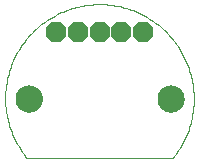
<source format=gbs>
G75*
%MOIN*%
%OFA0B0*%
%FSLAX25Y25*%
%IPPOS*%
%LPD*%
%AMOC8*
5,1,8,0,0,1.08239X$1,22.5*
%
%ADD10C,0.00000*%
%ADD11C,0.00300*%
%ADD12C,0.09061*%
%ADD13OC8,0.06700*%
D10*
X0008237Y0001406D02*
X0057056Y0001406D01*
X0051937Y0021091D02*
X0051939Y0021222D01*
X0051945Y0021354D01*
X0051955Y0021485D01*
X0051969Y0021616D01*
X0051987Y0021746D01*
X0052009Y0021875D01*
X0052034Y0022004D01*
X0052064Y0022132D01*
X0052098Y0022259D01*
X0052135Y0022386D01*
X0052176Y0022510D01*
X0052221Y0022634D01*
X0052270Y0022756D01*
X0052322Y0022877D01*
X0052378Y0022995D01*
X0052438Y0023113D01*
X0052501Y0023228D01*
X0052568Y0023341D01*
X0052638Y0023453D01*
X0052711Y0023562D01*
X0052787Y0023668D01*
X0052867Y0023773D01*
X0052950Y0023875D01*
X0053036Y0023974D01*
X0053125Y0024071D01*
X0053217Y0024165D01*
X0053312Y0024256D01*
X0053409Y0024345D01*
X0053509Y0024430D01*
X0053612Y0024512D01*
X0053717Y0024591D01*
X0053824Y0024667D01*
X0053934Y0024739D01*
X0054046Y0024808D01*
X0054160Y0024874D01*
X0054275Y0024936D01*
X0054393Y0024995D01*
X0054512Y0025050D01*
X0054633Y0025102D01*
X0054756Y0025149D01*
X0054880Y0025193D01*
X0055005Y0025234D01*
X0055131Y0025270D01*
X0055259Y0025303D01*
X0055387Y0025331D01*
X0055516Y0025356D01*
X0055646Y0025377D01*
X0055776Y0025394D01*
X0055907Y0025407D01*
X0056038Y0025416D01*
X0056169Y0025421D01*
X0056301Y0025422D01*
X0056432Y0025419D01*
X0056564Y0025412D01*
X0056695Y0025401D01*
X0056825Y0025386D01*
X0056955Y0025367D01*
X0057085Y0025344D01*
X0057213Y0025318D01*
X0057341Y0025287D01*
X0057468Y0025252D01*
X0057594Y0025214D01*
X0057718Y0025172D01*
X0057842Y0025126D01*
X0057963Y0025076D01*
X0058083Y0025023D01*
X0058202Y0024966D01*
X0058319Y0024906D01*
X0058433Y0024842D01*
X0058546Y0024774D01*
X0058657Y0024703D01*
X0058766Y0024629D01*
X0058872Y0024552D01*
X0058976Y0024471D01*
X0059077Y0024388D01*
X0059176Y0024301D01*
X0059272Y0024211D01*
X0059365Y0024118D01*
X0059456Y0024023D01*
X0059543Y0023925D01*
X0059628Y0023824D01*
X0059709Y0023721D01*
X0059787Y0023615D01*
X0059862Y0023507D01*
X0059934Y0023397D01*
X0060002Y0023285D01*
X0060067Y0023171D01*
X0060128Y0023054D01*
X0060186Y0022936D01*
X0060240Y0022816D01*
X0060291Y0022695D01*
X0060338Y0022572D01*
X0060381Y0022448D01*
X0060420Y0022323D01*
X0060456Y0022196D01*
X0060487Y0022068D01*
X0060515Y0021940D01*
X0060539Y0021811D01*
X0060559Y0021681D01*
X0060575Y0021550D01*
X0060587Y0021419D01*
X0060595Y0021288D01*
X0060599Y0021157D01*
X0060599Y0021025D01*
X0060595Y0020894D01*
X0060587Y0020763D01*
X0060575Y0020632D01*
X0060559Y0020501D01*
X0060539Y0020371D01*
X0060515Y0020242D01*
X0060487Y0020114D01*
X0060456Y0019986D01*
X0060420Y0019859D01*
X0060381Y0019734D01*
X0060338Y0019610D01*
X0060291Y0019487D01*
X0060240Y0019366D01*
X0060186Y0019246D01*
X0060128Y0019128D01*
X0060067Y0019011D01*
X0060002Y0018897D01*
X0059934Y0018785D01*
X0059862Y0018675D01*
X0059787Y0018567D01*
X0059709Y0018461D01*
X0059628Y0018358D01*
X0059543Y0018257D01*
X0059456Y0018159D01*
X0059365Y0018064D01*
X0059272Y0017971D01*
X0059176Y0017881D01*
X0059077Y0017794D01*
X0058976Y0017711D01*
X0058872Y0017630D01*
X0058766Y0017553D01*
X0058657Y0017479D01*
X0058546Y0017408D01*
X0058434Y0017340D01*
X0058319Y0017276D01*
X0058202Y0017216D01*
X0058083Y0017159D01*
X0057963Y0017106D01*
X0057842Y0017056D01*
X0057718Y0017010D01*
X0057594Y0016968D01*
X0057468Y0016930D01*
X0057341Y0016895D01*
X0057213Y0016864D01*
X0057085Y0016838D01*
X0056955Y0016815D01*
X0056825Y0016796D01*
X0056695Y0016781D01*
X0056564Y0016770D01*
X0056432Y0016763D01*
X0056301Y0016760D01*
X0056169Y0016761D01*
X0056038Y0016766D01*
X0055907Y0016775D01*
X0055776Y0016788D01*
X0055646Y0016805D01*
X0055516Y0016826D01*
X0055387Y0016851D01*
X0055259Y0016879D01*
X0055131Y0016912D01*
X0055005Y0016948D01*
X0054880Y0016989D01*
X0054756Y0017033D01*
X0054633Y0017080D01*
X0054512Y0017132D01*
X0054393Y0017187D01*
X0054275Y0017246D01*
X0054160Y0017308D01*
X0054046Y0017374D01*
X0053934Y0017443D01*
X0053824Y0017515D01*
X0053717Y0017591D01*
X0053612Y0017670D01*
X0053509Y0017752D01*
X0053409Y0017837D01*
X0053312Y0017926D01*
X0053217Y0018017D01*
X0053125Y0018111D01*
X0053036Y0018208D01*
X0052950Y0018307D01*
X0052867Y0018409D01*
X0052787Y0018514D01*
X0052711Y0018620D01*
X0052638Y0018729D01*
X0052568Y0018841D01*
X0052501Y0018954D01*
X0052438Y0019069D01*
X0052378Y0019187D01*
X0052322Y0019305D01*
X0052270Y0019426D01*
X0052221Y0019548D01*
X0052176Y0019672D01*
X0052135Y0019796D01*
X0052098Y0019923D01*
X0052064Y0020050D01*
X0052034Y0020178D01*
X0052009Y0020307D01*
X0051987Y0020436D01*
X0051969Y0020566D01*
X0051955Y0020697D01*
X0051945Y0020828D01*
X0051939Y0020960D01*
X0051937Y0021091D01*
X0004693Y0021091D02*
X0004695Y0021222D01*
X0004701Y0021354D01*
X0004711Y0021485D01*
X0004725Y0021616D01*
X0004743Y0021746D01*
X0004765Y0021875D01*
X0004790Y0022004D01*
X0004820Y0022132D01*
X0004854Y0022259D01*
X0004891Y0022386D01*
X0004932Y0022510D01*
X0004977Y0022634D01*
X0005026Y0022756D01*
X0005078Y0022877D01*
X0005134Y0022995D01*
X0005194Y0023113D01*
X0005257Y0023228D01*
X0005324Y0023341D01*
X0005394Y0023453D01*
X0005467Y0023562D01*
X0005543Y0023668D01*
X0005623Y0023773D01*
X0005706Y0023875D01*
X0005792Y0023974D01*
X0005881Y0024071D01*
X0005973Y0024165D01*
X0006068Y0024256D01*
X0006165Y0024345D01*
X0006265Y0024430D01*
X0006368Y0024512D01*
X0006473Y0024591D01*
X0006580Y0024667D01*
X0006690Y0024739D01*
X0006802Y0024808D01*
X0006916Y0024874D01*
X0007031Y0024936D01*
X0007149Y0024995D01*
X0007268Y0025050D01*
X0007389Y0025102D01*
X0007512Y0025149D01*
X0007636Y0025193D01*
X0007761Y0025234D01*
X0007887Y0025270D01*
X0008015Y0025303D01*
X0008143Y0025331D01*
X0008272Y0025356D01*
X0008402Y0025377D01*
X0008532Y0025394D01*
X0008663Y0025407D01*
X0008794Y0025416D01*
X0008925Y0025421D01*
X0009057Y0025422D01*
X0009188Y0025419D01*
X0009320Y0025412D01*
X0009451Y0025401D01*
X0009581Y0025386D01*
X0009711Y0025367D01*
X0009841Y0025344D01*
X0009969Y0025318D01*
X0010097Y0025287D01*
X0010224Y0025252D01*
X0010350Y0025214D01*
X0010474Y0025172D01*
X0010598Y0025126D01*
X0010719Y0025076D01*
X0010839Y0025023D01*
X0010958Y0024966D01*
X0011075Y0024906D01*
X0011189Y0024842D01*
X0011302Y0024774D01*
X0011413Y0024703D01*
X0011522Y0024629D01*
X0011628Y0024552D01*
X0011732Y0024471D01*
X0011833Y0024388D01*
X0011932Y0024301D01*
X0012028Y0024211D01*
X0012121Y0024118D01*
X0012212Y0024023D01*
X0012299Y0023925D01*
X0012384Y0023824D01*
X0012465Y0023721D01*
X0012543Y0023615D01*
X0012618Y0023507D01*
X0012690Y0023397D01*
X0012758Y0023285D01*
X0012823Y0023171D01*
X0012884Y0023054D01*
X0012942Y0022936D01*
X0012996Y0022816D01*
X0013047Y0022695D01*
X0013094Y0022572D01*
X0013137Y0022448D01*
X0013176Y0022323D01*
X0013212Y0022196D01*
X0013243Y0022068D01*
X0013271Y0021940D01*
X0013295Y0021811D01*
X0013315Y0021681D01*
X0013331Y0021550D01*
X0013343Y0021419D01*
X0013351Y0021288D01*
X0013355Y0021157D01*
X0013355Y0021025D01*
X0013351Y0020894D01*
X0013343Y0020763D01*
X0013331Y0020632D01*
X0013315Y0020501D01*
X0013295Y0020371D01*
X0013271Y0020242D01*
X0013243Y0020114D01*
X0013212Y0019986D01*
X0013176Y0019859D01*
X0013137Y0019734D01*
X0013094Y0019610D01*
X0013047Y0019487D01*
X0012996Y0019366D01*
X0012942Y0019246D01*
X0012884Y0019128D01*
X0012823Y0019011D01*
X0012758Y0018897D01*
X0012690Y0018785D01*
X0012618Y0018675D01*
X0012543Y0018567D01*
X0012465Y0018461D01*
X0012384Y0018358D01*
X0012299Y0018257D01*
X0012212Y0018159D01*
X0012121Y0018064D01*
X0012028Y0017971D01*
X0011932Y0017881D01*
X0011833Y0017794D01*
X0011732Y0017711D01*
X0011628Y0017630D01*
X0011522Y0017553D01*
X0011413Y0017479D01*
X0011302Y0017408D01*
X0011190Y0017340D01*
X0011075Y0017276D01*
X0010958Y0017216D01*
X0010839Y0017159D01*
X0010719Y0017106D01*
X0010598Y0017056D01*
X0010474Y0017010D01*
X0010350Y0016968D01*
X0010224Y0016930D01*
X0010097Y0016895D01*
X0009969Y0016864D01*
X0009841Y0016838D01*
X0009711Y0016815D01*
X0009581Y0016796D01*
X0009451Y0016781D01*
X0009320Y0016770D01*
X0009188Y0016763D01*
X0009057Y0016760D01*
X0008925Y0016761D01*
X0008794Y0016766D01*
X0008663Y0016775D01*
X0008532Y0016788D01*
X0008402Y0016805D01*
X0008272Y0016826D01*
X0008143Y0016851D01*
X0008015Y0016879D01*
X0007887Y0016912D01*
X0007761Y0016948D01*
X0007636Y0016989D01*
X0007512Y0017033D01*
X0007389Y0017080D01*
X0007268Y0017132D01*
X0007149Y0017187D01*
X0007031Y0017246D01*
X0006916Y0017308D01*
X0006802Y0017374D01*
X0006690Y0017443D01*
X0006580Y0017515D01*
X0006473Y0017591D01*
X0006368Y0017670D01*
X0006265Y0017752D01*
X0006165Y0017837D01*
X0006068Y0017926D01*
X0005973Y0018017D01*
X0005881Y0018111D01*
X0005792Y0018208D01*
X0005706Y0018307D01*
X0005623Y0018409D01*
X0005543Y0018514D01*
X0005467Y0018620D01*
X0005394Y0018729D01*
X0005324Y0018841D01*
X0005257Y0018954D01*
X0005194Y0019069D01*
X0005134Y0019187D01*
X0005078Y0019305D01*
X0005026Y0019426D01*
X0004977Y0019548D01*
X0004932Y0019672D01*
X0004891Y0019796D01*
X0004854Y0019923D01*
X0004820Y0020050D01*
X0004790Y0020178D01*
X0004765Y0020307D01*
X0004743Y0020436D01*
X0004725Y0020566D01*
X0004711Y0020697D01*
X0004701Y0020828D01*
X0004695Y0020960D01*
X0004693Y0021091D01*
D11*
X0001150Y0021092D02*
X0001159Y0021861D01*
X0001187Y0022630D01*
X0001233Y0023398D01*
X0001298Y0024165D01*
X0001382Y0024930D01*
X0001485Y0025693D01*
X0001606Y0026453D01*
X0001746Y0027210D01*
X0001905Y0027963D01*
X0002082Y0028712D01*
X0002277Y0029456D01*
X0002490Y0030196D01*
X0002722Y0030930D01*
X0002971Y0031658D01*
X0003238Y0032380D01*
X0003522Y0033095D01*
X0003824Y0033802D01*
X0004144Y0034503D01*
X0004480Y0035195D01*
X0004833Y0035879D01*
X0005203Y0036554D01*
X0005589Y0037219D01*
X0005992Y0037875D01*
X0006410Y0038521D01*
X0006844Y0039157D01*
X0007293Y0039781D01*
X0007758Y0040395D01*
X0008238Y0040997D01*
X0008732Y0041587D01*
X0009240Y0042165D01*
X0009762Y0042730D01*
X0010299Y0043282D01*
X0010848Y0043821D01*
X0011410Y0044346D01*
X0011986Y0044857D01*
X0012573Y0045354D01*
X0013173Y0045837D01*
X0013784Y0046305D01*
X0014406Y0046757D01*
X0015040Y0047195D01*
X0015683Y0047616D01*
X0016337Y0048022D01*
X0017001Y0048412D01*
X0017674Y0048785D01*
X0018356Y0049141D01*
X0019047Y0049481D01*
X0019745Y0049804D01*
X0020451Y0050110D01*
X0021165Y0050398D01*
X0021885Y0050668D01*
X0022612Y0050921D01*
X0023345Y0051156D01*
X0024083Y0051374D01*
X0024827Y0051572D01*
X0025575Y0051753D01*
X0026327Y0051915D01*
X0027083Y0052059D01*
X0027843Y0052184D01*
X0028605Y0052291D01*
X0029369Y0052379D01*
X0030136Y0052448D01*
X0030904Y0052498D01*
X0031673Y0052530D01*
X0032442Y0052543D01*
X0033212Y0052537D01*
X0033981Y0052512D01*
X0034749Y0052468D01*
X0035516Y0052405D01*
X0036282Y0052324D01*
X0037045Y0052224D01*
X0037805Y0052105D01*
X0038562Y0051968D01*
X0039316Y0051812D01*
X0040066Y0051638D01*
X0040811Y0051445D01*
X0041551Y0051235D01*
X0042286Y0051006D01*
X0043015Y0050759D01*
X0043737Y0050495D01*
X0044453Y0050213D01*
X0045162Y0049913D01*
X0045864Y0049596D01*
X0046557Y0049262D01*
X0047242Y0048912D01*
X0047918Y0048544D01*
X0048585Y0048160D01*
X0049243Y0047760D01*
X0049890Y0047344D01*
X0050527Y0046912D01*
X0051153Y0046465D01*
X0051769Y0046003D01*
X0052372Y0045525D01*
X0052964Y0045033D01*
X0053544Y0044527D01*
X0054110Y0044006D01*
X0054665Y0043472D01*
X0055205Y0042925D01*
X0055733Y0042364D01*
X0056246Y0041791D01*
X0056745Y0041205D01*
X0057230Y0040607D01*
X0057700Y0039998D01*
X0058154Y0039377D01*
X0058594Y0038745D01*
X0059018Y0038103D01*
X0059426Y0037450D01*
X0059818Y0036788D01*
X0060193Y0036116D01*
X0060552Y0035435D01*
X0060894Y0034746D01*
X0061220Y0034049D01*
X0061528Y0033343D01*
X0061819Y0032631D01*
X0062092Y0031911D01*
X0062347Y0031185D01*
X0062585Y0030453D01*
X0062804Y0029716D01*
X0063006Y0028973D01*
X0063189Y0028226D01*
X0063354Y0027474D01*
X0063501Y0026718D01*
X0063629Y0025959D01*
X0063738Y0025198D01*
X0063828Y0024433D01*
X0063900Y0023667D01*
X0063953Y0022899D01*
X0063988Y0022131D01*
X0064003Y0021361D01*
X0064000Y0020592D01*
X0063977Y0019822D01*
X0063936Y0019054D01*
X0063876Y0018287D01*
X0063798Y0017521D01*
X0063700Y0016758D01*
X0063584Y0015997D01*
X0063450Y0015239D01*
X0063296Y0014485D01*
X0063125Y0013735D01*
X0062935Y0012989D01*
X0062727Y0012248D01*
X0062501Y0011512D01*
X0062257Y0010782D01*
X0061995Y0010059D01*
X0061715Y0009342D01*
X0061418Y0008632D01*
X0061104Y0007929D01*
X0060772Y0007235D01*
X0060424Y0006549D01*
X0060059Y0005871D01*
X0059677Y0005203D01*
X0059279Y0004544D01*
X0058866Y0003895D01*
X0058436Y0003256D01*
X0057991Y0002629D01*
X0057531Y0002012D01*
X0057055Y0001407D01*
X0008236Y0001406D02*
X0007762Y0002002D01*
X0007302Y0002609D01*
X0006856Y0003227D01*
X0006426Y0003856D01*
X0006011Y0004495D01*
X0005612Y0005143D01*
X0005229Y0005802D01*
X0004862Y0006469D01*
X0004511Y0007145D01*
X0004176Y0007829D01*
X0003858Y0008522D01*
X0003557Y0009221D01*
X0003273Y0009928D01*
X0003007Y0010642D01*
X0002757Y0011362D01*
X0002526Y0012087D01*
X0002312Y0012818D01*
X0002115Y0013554D01*
X0001937Y0014295D01*
X0001776Y0015039D01*
X0001634Y0015788D01*
X0001510Y0016539D01*
X0001404Y0017293D01*
X0001316Y0018050D01*
X0001247Y0018809D01*
X0001196Y0019569D01*
X0001164Y0020330D01*
X0001150Y0021091D01*
D12*
X0009024Y0021091D03*
X0056268Y0021091D03*
D13*
X0047056Y0043375D03*
X0039851Y0043335D03*
X0032685Y0043335D03*
X0025363Y0043375D03*
X0018040Y0043335D03*
M02*

</source>
